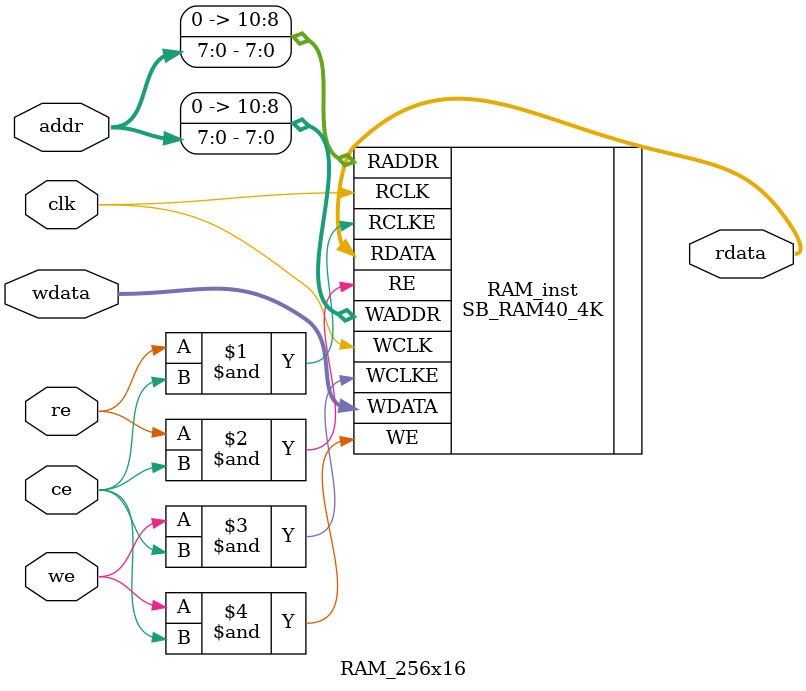
<source format=v>
module RAM_256x16(
    input [7:0] addr,
    input [15:0] wdata,
    output [15:0] rdata,
    input ce,
    input clk,
    input we,
    input re);

    SB_RAM40_4K RAM_inst(
        .RDATA(rdata),
        .RADDR({3'b000,addr}),
        .RCLK(clk),
        .RCLKE(re&ce),
        .RE(re&ce),
        .WDATA(wdata),
        .WADDR({3'b000,addr}),
        .WCLK(clk),
        .WCLKE(we&ce),
        .WE(we&ce));
    defparam RAM_inst.READ_MODE =0;
    defparam RAM_inst.WRITE_MODE =0;

    defparam RAM_inst.INIT_1=
        256'h0000000000000000000000000000000000000000000000000000000000000000;
    defparam RAM_inst.INIT_2=
        256'h0000000000000000000000000000000000000000000000000000000000000000;
    defparam RAM_inst.INIT_3=
        256'h0000000000000000000000000000000000000000000000000000000000000000;
    defparam RAM_inst.INIT_4=
        256'h0000000000000000000000000000000000000000000000000000000000000000;
    defparam RAM_inst.INIT_5=
        256'h0000000000000000000000000000000000000000000000000000000000000000;
    defparam RAM_inst.INIT_6=
        256'h0000000000000000000000000000000000000000000000000000000000000000;
    defparam RAM_inst.INIT_7=
        256'h0000000000000000000000000000000000000000000000000000000000000000;
    defparam RAM_inst.INIT_8=
        256'h0000000000000000000000000000000000000000000000000000000000000000;
    defparam RAM_inst.INIT_9=
        256'h0000000000000000000000000000000000000000000000000000000000000000;
    defparam RAM_inst.INIT_A=
        256'h0000000000000000000000000000000000000000000000000000000000000000;
    defparam RAM_inst.INIT_B=
        256'h0000000000000000000000000000000000000000000000000000000000000000;
    defparam RAM_inst.INIT_C=
        256'h0000000000000000000000000000000000000000000000000000000000000000;
    defparam RAM_inst.INIT_D=
        256'h0000000000000000000000000000000000000000000000000000000000000000;
    defparam RAM_inst.INIT_E=
        256'h0000000000000000000000000000000000000000000000000000000000000000;
    defparam RAM_inst.INIT_F=
        256'h0000000000000000000000000000000000000000000000000000000000000000;

endmodule

</source>
